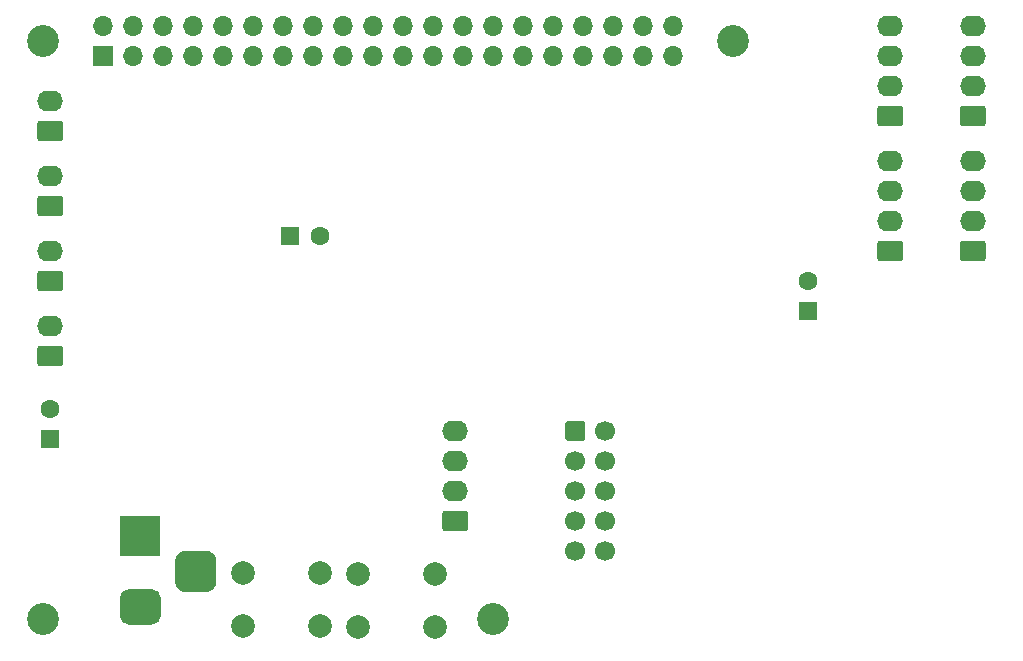
<source format=gbr>
%TF.GenerationSoftware,KiCad,Pcbnew,5.1.9+dfsg1-1*%
%TF.CreationDate,2021-09-29T19:21:48+02:00*%
%TF.ProjectId,main_board,6d61696e-5f62-46f6-9172-642e6b696361,rev?*%
%TF.SameCoordinates,Original*%
%TF.FileFunction,Soldermask,Bot*%
%TF.FilePolarity,Negative*%
%FSLAX46Y46*%
G04 Gerber Fmt 4.6, Leading zero omitted, Abs format (unit mm)*
G04 Created by KiCad (PCBNEW 5.1.9+dfsg1-1) date 2021-09-29 19:21:48*
%MOMM*%
%LPD*%
G01*
G04 APERTURE LIST*
%ADD10C,2.700000*%
%ADD11R,1.600000X1.600000*%
%ADD12C,1.600000*%
%ADD13R,3.500000X3.500000*%
%ADD14R,1.700000X1.700000*%
%ADD15O,1.700000X1.700000*%
%ADD16O,2.190000X1.740000*%
%ADD17C,2.000000*%
%ADD18C,1.700000*%
G04 APERTURE END LIST*
D10*
%TO.C,REF\u002A\u002A*%
X82550000Y-93345000D03*
%TD*%
%TO.C,REF\u002A\u002A*%
X44450000Y-93345000D03*
%TD*%
%TO.C,REF\u002A\u002A*%
X102870000Y-44450000D03*
%TD*%
%TO.C,REF\u002A\u002A*%
X44450000Y-44450000D03*
%TD*%
D11*
%TO.C,C1*%
X45085000Y-78105000D03*
D12*
X45085000Y-75605000D03*
%TD*%
%TO.C,C2*%
X67905000Y-60960000D03*
D11*
X65405000Y-60960000D03*
%TD*%
%TO.C,C5*%
X109220000Y-67310000D03*
D12*
X109220000Y-64810000D03*
%TD*%
D13*
%TO.C,12V in*%
X52705000Y-86360000D03*
G36*
G01*
X53705000Y-93860000D02*
X51705000Y-93860000D01*
G75*
G02*
X50955000Y-93110000I0J750000D01*
G01*
X50955000Y-91610000D01*
G75*
G02*
X51705000Y-90860000I750000J0D01*
G01*
X53705000Y-90860000D01*
G75*
G02*
X54455000Y-91610000I0J-750000D01*
G01*
X54455000Y-93110000D01*
G75*
G02*
X53705000Y-93860000I-750000J0D01*
G01*
G37*
G36*
G01*
X58280000Y-91110000D02*
X56530000Y-91110000D01*
G75*
G02*
X55655000Y-90235000I0J875000D01*
G01*
X55655000Y-88485000D01*
G75*
G02*
X56530000Y-87610000I875000J0D01*
G01*
X58280000Y-87610000D01*
G75*
G02*
X59155000Y-88485000I0J-875000D01*
G01*
X59155000Y-90235000D01*
G75*
G02*
X58280000Y-91110000I-875000J0D01*
G01*
G37*
%TD*%
D14*
%TO.C,Raspberry Pi header*%
X49530000Y-45720000D03*
D15*
X49530000Y-43180000D03*
X52070000Y-45720000D03*
X52070000Y-43180000D03*
X54610000Y-45720000D03*
X54610000Y-43180000D03*
X57150000Y-45720000D03*
X57150000Y-43180000D03*
X59690000Y-45720000D03*
X59690000Y-43180000D03*
X62230000Y-45720000D03*
X62230000Y-43180000D03*
X64770000Y-45720000D03*
X64770000Y-43180000D03*
X67310000Y-45720000D03*
X67310000Y-43180000D03*
X69850000Y-45720000D03*
X69850000Y-43180000D03*
X72390000Y-45720000D03*
X72390000Y-43180000D03*
X74930000Y-45720000D03*
X74930000Y-43180000D03*
X77470000Y-45720000D03*
X77470000Y-43180000D03*
X80010000Y-45720000D03*
X80010000Y-43180000D03*
X82550000Y-45720000D03*
X82550000Y-43180000D03*
X85090000Y-45720000D03*
X85090000Y-43180000D03*
X87630000Y-45720000D03*
X87630000Y-43180000D03*
X90170000Y-45720000D03*
X90170000Y-43180000D03*
X92710000Y-45720000D03*
X92710000Y-43180000D03*
X95250000Y-45720000D03*
X95250000Y-43180000D03*
X97790000Y-45720000D03*
X97790000Y-43180000D03*
%TD*%
%TO.C,Trigger*%
G36*
G01*
X45930001Y-52940000D02*
X44239999Y-52940000D01*
G75*
G02*
X43990000Y-52690001I0J249999D01*
G01*
X43990000Y-51449999D01*
G75*
G02*
X44239999Y-51200000I249999J0D01*
G01*
X45930001Y-51200000D01*
G75*
G02*
X46180000Y-51449999I0J-249999D01*
G01*
X46180000Y-52690001D01*
G75*
G02*
X45930001Y-52940000I-249999J0D01*
G01*
G37*
D16*
X45085000Y-49530000D03*
%TD*%
%TO.C,Side*%
X45085000Y-55880000D03*
G36*
G01*
X45930001Y-59290000D02*
X44239999Y-59290000D01*
G75*
G02*
X43990000Y-59040001I0J249999D01*
G01*
X43990000Y-57799999D01*
G75*
G02*
X44239999Y-57550000I249999J0D01*
G01*
X45930001Y-57550000D01*
G75*
G02*
X46180000Y-57799999I0J-249999D01*
G01*
X46180000Y-59040001D01*
G75*
G02*
X45930001Y-59290000I-249999J0D01*
G01*
G37*
%TD*%
%TO.C,A*%
G36*
G01*
X45930001Y-65640000D02*
X44239999Y-65640000D01*
G75*
G02*
X43990000Y-65390001I0J249999D01*
G01*
X43990000Y-64149999D01*
G75*
G02*
X44239999Y-63900000I249999J0D01*
G01*
X45930001Y-63900000D01*
G75*
G02*
X46180000Y-64149999I0J-249999D01*
G01*
X46180000Y-65390001D01*
G75*
G02*
X45930001Y-65640000I-249999J0D01*
G01*
G37*
X45085000Y-62230000D03*
%TD*%
%TO.C,B*%
X45085000Y-68580000D03*
G36*
G01*
X45930001Y-71990000D02*
X44239999Y-71990000D01*
G75*
G02*
X43990000Y-71740001I0J249999D01*
G01*
X43990000Y-70499999D01*
G75*
G02*
X44239999Y-70250000I249999J0D01*
G01*
X45930001Y-70250000D01*
G75*
G02*
X46180000Y-70499999I0J-249999D01*
G01*
X46180000Y-71740001D01*
G75*
G02*
X45930001Y-71990000I-249999J0D01*
G01*
G37*
%TD*%
%TO.C,J7*%
G36*
G01*
X124035001Y-63100000D02*
X122344999Y-63100000D01*
G75*
G02*
X122095000Y-62850001I0J249999D01*
G01*
X122095000Y-61609999D01*
G75*
G02*
X122344999Y-61360000I249999J0D01*
G01*
X124035001Y-61360000D01*
G75*
G02*
X124285000Y-61609999I0J-249999D01*
G01*
X124285000Y-62850001D01*
G75*
G02*
X124035001Y-63100000I-249999J0D01*
G01*
G37*
X123190000Y-59690000D03*
X123190000Y-57150000D03*
X123190000Y-54610000D03*
%TD*%
%TO.C,I2C periph*%
G36*
G01*
X117050001Y-63100000D02*
X115359999Y-63100000D01*
G75*
G02*
X115110000Y-62850001I0J249999D01*
G01*
X115110000Y-61609999D01*
G75*
G02*
X115359999Y-61360000I249999J0D01*
G01*
X117050001Y-61360000D01*
G75*
G02*
X117300000Y-61609999I0J-249999D01*
G01*
X117300000Y-62850001D01*
G75*
G02*
X117050001Y-63100000I-249999J0D01*
G01*
G37*
X116205000Y-59690000D03*
X116205000Y-57150000D03*
X116205000Y-54610000D03*
%TD*%
%TO.C,I2C motor*%
X116205000Y-43180000D03*
X116205000Y-45720000D03*
X116205000Y-48260000D03*
G36*
G01*
X117050001Y-51670000D02*
X115359999Y-51670000D01*
G75*
G02*
X115110000Y-51420001I0J249999D01*
G01*
X115110000Y-50179999D01*
G75*
G02*
X115359999Y-49930000I249999J0D01*
G01*
X117050001Y-49930000D01*
G75*
G02*
X117300000Y-50179999I0J-249999D01*
G01*
X117300000Y-51420001D01*
G75*
G02*
X117050001Y-51670000I-249999J0D01*
G01*
G37*
%TD*%
%TO.C,J10*%
X123190000Y-43180000D03*
X123190000Y-45720000D03*
X123190000Y-48260000D03*
G36*
G01*
X124035001Y-51670000D02*
X122344999Y-51670000D01*
G75*
G02*
X122095000Y-51420001I0J249999D01*
G01*
X122095000Y-50179999D01*
G75*
G02*
X122344999Y-49930000I249999J0D01*
G01*
X124035001Y-49930000D01*
G75*
G02*
X124285000Y-50179999I0J-249999D01*
G01*
X124285000Y-51420001D01*
G75*
G02*
X124035001Y-51670000I-249999J0D01*
G01*
G37*
%TD*%
D17*
%TO.C,RESET*%
X61445000Y-93980000D03*
X61445000Y-89480000D03*
X67945000Y-93980000D03*
X67945000Y-89480000D03*
%TD*%
%TO.C,BOOT*%
X71120000Y-94035000D03*
X71120000Y-89535000D03*
X77620000Y-94035000D03*
X77620000Y-89535000D03*
%TD*%
%TO.C,JTAG*%
G36*
G01*
X88685000Y-78070000D02*
X88685000Y-76870000D01*
G75*
G02*
X88935000Y-76620000I250000J0D01*
G01*
X90135000Y-76620000D01*
G75*
G02*
X90385000Y-76870000I0J-250000D01*
G01*
X90385000Y-78070000D01*
G75*
G02*
X90135000Y-78320000I-250000J0D01*
G01*
X88935000Y-78320000D01*
G75*
G02*
X88685000Y-78070000I0J250000D01*
G01*
G37*
D18*
X89535000Y-80010000D03*
X89535000Y-82550000D03*
X89535000Y-85090000D03*
X89535000Y-87630000D03*
X92075000Y-77470000D03*
X92075000Y-80010000D03*
X92075000Y-82550000D03*
X92075000Y-85090000D03*
X92075000Y-87630000D03*
%TD*%
%TO.C,UART*%
G36*
G01*
X80220001Y-85960000D02*
X78529999Y-85960000D01*
G75*
G02*
X78280000Y-85710001I0J249999D01*
G01*
X78280000Y-84469999D01*
G75*
G02*
X78529999Y-84220000I249999J0D01*
G01*
X80220001Y-84220000D01*
G75*
G02*
X80470000Y-84469999I0J-249999D01*
G01*
X80470000Y-85710001D01*
G75*
G02*
X80220001Y-85960000I-249999J0D01*
G01*
G37*
D16*
X79375000Y-82550000D03*
X79375000Y-80010000D03*
X79375000Y-77470000D03*
%TD*%
M02*

</source>
